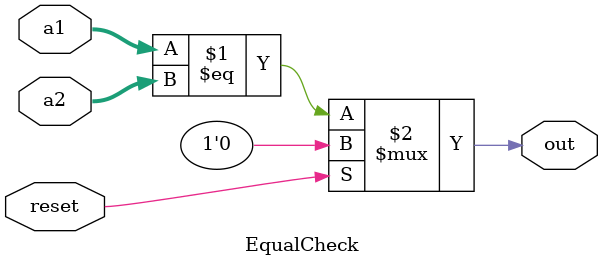
<source format=v>
module EqualCheck(reset,a1,a2,out);
    input reset;
    input [31:0] a1,a2;
    output out;

    assign out = (reset) ? 1'b0 : (a1 == a2);
endmodule
</source>
